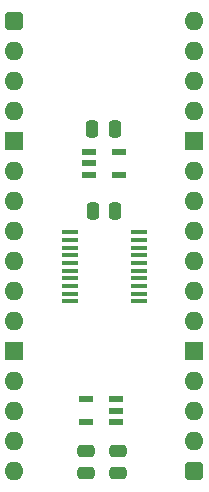
<source format=gts>
%TF.GenerationSoftware,KiCad,Pcbnew,9.0.7-9.0.7~ubuntu24.04.1*%
%TF.CreationDate,2026-01-24T10:38:14+02:00*%
%TF.ProjectId,Main Data Buffer,4d61696e-2044-4617-9461-204275666665,V0*%
%TF.SameCoordinates,Original*%
%TF.FileFunction,Soldermask,Top*%
%TF.FilePolarity,Negative*%
%FSLAX46Y46*%
G04 Gerber Fmt 4.6, Leading zero omitted, Abs format (unit mm)*
G04 Created by KiCad (PCBNEW 9.0.7-9.0.7~ubuntu24.04.1) date 2026-01-24 10:38:14*
%MOMM*%
%LPD*%
G01*
G04 APERTURE LIST*
G04 Aperture macros list*
%AMRoundRect*
0 Rectangle with rounded corners*
0 $1 Rounding radius*
0 $2 $3 $4 $5 $6 $7 $8 $9 X,Y pos of 4 corners*
0 Add a 4 corners polygon primitive as box body*
4,1,4,$2,$3,$4,$5,$6,$7,$8,$9,$2,$3,0*
0 Add four circle primitives for the rounded corners*
1,1,$1+$1,$2,$3*
1,1,$1+$1,$4,$5*
1,1,$1+$1,$6,$7*
1,1,$1+$1,$8,$9*
0 Add four rect primitives between the rounded corners*
20,1,$1+$1,$2,$3,$4,$5,0*
20,1,$1+$1,$4,$5,$6,$7,0*
20,1,$1+$1,$6,$7,$8,$9,0*
20,1,$1+$1,$8,$9,$2,$3,0*%
G04 Aperture macros list end*
%ADD10RoundRect,0.250000X0.250000X0.475000X-0.250000X0.475000X-0.250000X-0.475000X0.250000X-0.475000X0*%
%ADD11RoundRect,0.250000X-0.475000X0.250000X-0.475000X-0.250000X0.475000X-0.250000X0.475000X0.250000X0*%
%ADD12RoundRect,0.400000X-0.400000X-0.400000X0.400000X-0.400000X0.400000X0.400000X-0.400000X0.400000X0*%
%ADD13O,1.600000X1.600000*%
%ADD14R,1.600000X1.600000*%
%ADD15R,1.475000X0.450000*%
%ADD16R,1.150000X0.600000*%
%ADD17R,1.250000X0.600000*%
G04 APERTURE END LIST*
D10*
%TO.C,C1*%
X8554000Y-16129000D03*
X6654000Y-16129000D03*
%TD*%
D11*
%TO.C,C8*%
X8763000Y-36404000D03*
X8763000Y-38304000D03*
%TD*%
D12*
%TO.C,J5*%
X0Y0D03*
D13*
X0Y-2540000D03*
X0Y-5080000D03*
X0Y-7620000D03*
D14*
X0Y-10160000D03*
D13*
X0Y-12700000D03*
X0Y-15240000D03*
X0Y-17780000D03*
X0Y-20320000D03*
X0Y-22860000D03*
X0Y-25400000D03*
D14*
X0Y-27940000D03*
D13*
X0Y-30480000D03*
X0Y-33020000D03*
X0Y-35560000D03*
X0Y-38100000D03*
D12*
X15240000Y-38100000D03*
D13*
X15240000Y-35560000D03*
X15240000Y-33020000D03*
X15240000Y-30480000D03*
D14*
X15240000Y-27940000D03*
D13*
X15240000Y-25400000D03*
X15240000Y-22860000D03*
X15240000Y-20320000D03*
X15240000Y-17780000D03*
X15240000Y-15240000D03*
X15240000Y-12700000D03*
D14*
X15240000Y-10160000D03*
D13*
X15240000Y-7620000D03*
X15240000Y-5080000D03*
X15240000Y-2540000D03*
X15240000Y0D03*
%TD*%
D15*
%TO.C,IC6*%
X4682000Y-17903000D03*
X4682000Y-18553000D03*
X4682000Y-19203000D03*
X4682000Y-19853000D03*
X4682000Y-20503000D03*
X4682000Y-21153000D03*
X4682000Y-21803000D03*
X4682000Y-22453000D03*
X4682000Y-23103000D03*
X4682000Y-23753000D03*
X10558000Y-23753000D03*
X10558000Y-23103000D03*
X10558000Y-22453000D03*
X10558000Y-21803000D03*
X10558000Y-21153000D03*
X10558000Y-20503000D03*
X10558000Y-19853000D03*
X10558000Y-19203000D03*
X10558000Y-18553000D03*
X10558000Y-17903000D03*
%TD*%
D11*
%TO.C,C9*%
X6096000Y-36404000D03*
X6096000Y-38304000D03*
%TD*%
D16*
%TO.C,IC5*%
X8640600Y-33944600D03*
X8640600Y-32994600D03*
X8640600Y-32044600D03*
X6040600Y-32044600D03*
X6040600Y-33944600D03*
%TD*%
D17*
%TO.C,IC7*%
X6325000Y-11115000D03*
X6325000Y-12065000D03*
X6325000Y-13015000D03*
X8825000Y-13015000D03*
X8825000Y-11115000D03*
%TD*%
D10*
%TO.C,C2*%
X8509000Y-9144000D03*
X6609000Y-9144000D03*
%TD*%
M02*

</source>
